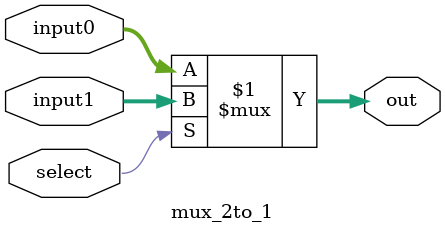
<source format=v>
`timescale 1ns / 1ps

module mux_2to_1(
  input  [31 : 0] input0,
  input  [31 : 0] input1,
  input           select,
  
  output [31 : 0] out
);

  assign out = (select) ? input1 : input0;

endmodule

</source>
